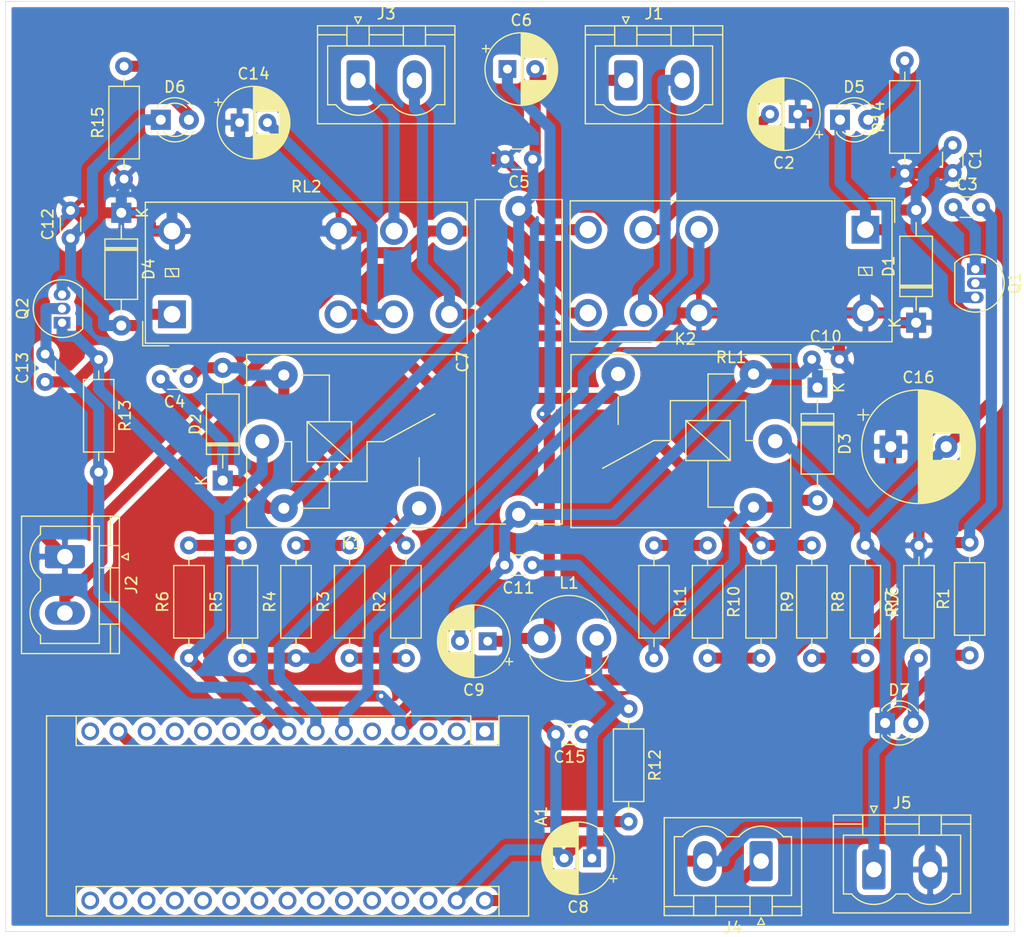
<source format=kicad_pcb>
(kicad_pcb (version 20171130) (host pcbnew 5.1.8-db9833491~88~ubuntu20.04.1)
  (layers (0 F.Cu signal) (31 B.Cu signal) (34 B.Paste user) (35 F.Paste user) (36 B.SilkS user) (37 F.SilkS user) (38 B.Mask user) (39 F.Mask user) (44 Edge.Cuts user))
  (net 0 "")
  (net 1 "Net-(A1-Pad1)")
  (net 2 "Net-(A1-Pad17)")
  (net 3 "Net-(A1-Pad2)")
  (net 4 "Net-(A1-Pad18)")
  (net 5 "Net-(A1-Pad3)")
  (net 6 "Net-(A1-Pad19)")
  (net 7 -48V)
  (net 8 "Net-(A1-Pad20)")
  (net 9 "Net-(A1-Pad5)")
  (net 10 "Net-(A1-Pad21)")
  (net 11 "Net-(A1-Pad6)")
  (net 12 "Net-(A1-Pad22)")
  (net 13 "Net-(A1-Pad7)")
  (net 14 "Net-(A1-Pad23)")
  (net 15 "Net-(A1-Pad8)")
  (net 16 "Net-(A1-Pad24)")
  (net 17 "Net-(A1-Pad9)")
  (net 18 "Net-(A1-Pad25)")
  (net 19 "Net-(A1-Pad10)")
  (net 20 "Net-(A1-Pad26)")
  (net 21 "Net-(A1-Pad11)")
  (net 22 "Net-(A1-Pad27)")
  (net 23 "Net-(A1-Pad12)")
  (net 24 "Net-(A1-Pad28)")
  (net 25 "Net-(A1-Pad13)")
  (net 26 "Net-(A1-Pad14)")
  (net 27 "Net-(A1-Pad30)")
  (net 28 "Net-(A1-Pad15)")
  (net 29 "Net-(A1-Pad16)")
  (net 30 "Net-(C1-Pad1)")
  (net 31 GND)
  (net 32 "Net-(C2-Pad2)")
  (net 33 "Net-(C4-Pad2)")
  (net 34 "Net-(C4-Pad1)")
  (net 35 "Net-(C6-Pad1)")
  (net 36 "Net-(C10-Pad1)")
  (net 37 "Net-(C15-Pad1)")
  (net 38 "Net-(C11-Pad1)")
  (net 39 "Net-(C12-Pad1)")
  (net 40 "Net-(C14-Pad2)")
  (net 41 "Net-(D5-Pad2)")
  (net 42 "Net-(D6-Pad2)")
  (net 43 "Net-(J1-Pad2)")
  (net 44 "Net-(J2-Pad2)")
  (net 45 "Net-(J3-Pad1)")
  (net 46 "Net-(R2-Pad1)")
  (net 47 "Net-(R3-Pad2)")
  (net 48 "Net-(R4-Pad1)")
  (net 49 "Net-(R5-Pad2)")
  (net 50 "Net-(R7-Pad2)")
  (net 51 "Net-(R8-Pad1)")
  (net 52 "Net-(R10-Pad2)")
  (net 53 "Net-(R10-Pad1)")
  (net 54 "Net-(D7-Pad2)")
  (module Resistor_THT:R_Axial_DIN0207_L6.3mm_D2.5mm_P10.16mm_Horizontal (layer F.Cu) (at 187.706 118.364 90)
    (fp_text reference R16 (at 5.08 -2.37 90) (layer F.SilkS))
    (fp_text value 20k)
    (pad 2 thru_hole oval (at 10.16 0 90) (size 1.6 1.6) (drill 0.8) (layers *.Cu *.Mask) (net 31 GND))
    (pad 1 thru_hole circle (at 0 0 90) (size 1.6 1.6) (drill 0.8) (layers *.Cu *.Mask) (net 54 "Net-(D7-Pad2)"))
  )
  (module LED_THT:LED_D3.0mm (layer F.Cu) (at 184.658 124.206)
    (fp_text reference D7 (at 1.27 -2.96) (layer F.SilkS))
    (fp_text value LED)
    (pad 2 thru_hole circle (at 2.54 0) (size 1.8 1.8) (drill 0.9) (layers *.Cu *.Mask) (net 54 "Net-(D7-Pad2)"))
    (pad 1 thru_hole rect (at 0 0) (size 1.8 1.8) (drill 0.9) (layers *.Cu *.Mask) (net 7 -48V))
  )
  (module Connector_Phoenix_MSTB:PhoenixContact_MSTBVA_2,5_2-G-5,08_1x02_P5.08mm_Vertical (layer F.Cu) (at 183.642 137.414)
    (fp_text reference J5 (at 2.54 -6) (layer F.SilkS))
    (fp_text value Conn_01x02_Male)
    (pad 2 thru_hole oval (at 5.08 0) (size 2.08 3.6) (drill 1.4) (layers *.Cu *.Mask) (net 31 GND))
    (pad 1 thru_hole roundrect (at 0 0) (size 2.08 3.6) (drill 1.4) (layers *.Cu *.Mask) (roundrect_rratio 0.120192) (net 7 -48V))
  )
  (module Module:Arduino_Nano (layer F.Cu) (at 148.59 124.968 270)
    (fp_text reference A1 (at 7.62 -5.08 90) (layer F.SilkS))
    (fp_text value Arduino_Nano_v2.x)
    (pad 1 thru_hole rect (at 0 0 270) (size 1.6 1.6) (drill 1) (layers *.Cu *.Mask) (net 1 "Net-(A1-Pad1)"))
    (pad 17 thru_hole oval (at 15.24 33.02 270) (size 1.6 1.6) (drill 1) (layers *.Cu *.Mask) (net 2 "Net-(A1-Pad17)"))
    (pad 2 thru_hole oval (at 0 2.54 270) (size 1.6 1.6) (drill 1) (layers *.Cu *.Mask) (net 3 "Net-(A1-Pad2)"))
    (pad 18 thru_hole oval (at 15.24 30.48 270) (size 1.6 1.6) (drill 1) (layers *.Cu *.Mask) (net 4 "Net-(A1-Pad18)"))
    (pad 3 thru_hole oval (at 0 5.08 270) (size 1.6 1.6) (drill 1) (layers *.Cu *.Mask) (net 5 "Net-(A1-Pad3)"))
    (pad 19 thru_hole oval (at 15.24 27.94 270) (size 1.6 1.6) (drill 1) (layers *.Cu *.Mask) (net 6 "Net-(A1-Pad19)"))
    (pad 4 thru_hole oval (at 0 7.62 270) (size 1.6 1.6) (drill 1) (layers *.Cu *.Mask) (net 7 -48V))
    (pad 20 thru_hole oval (at 15.24 25.4 270) (size 1.6 1.6) (drill 1) (layers *.Cu *.Mask) (net 8 "Net-(A1-Pad20)"))
    (pad 5 thru_hole oval (at 0 10.16 270) (size 1.6 1.6) (drill 1) (layers *.Cu *.Mask) (net 9 "Net-(A1-Pad5)"))
    (pad 21 thru_hole oval (at 15.24 22.86 270) (size 1.6 1.6) (drill 1) (layers *.Cu *.Mask) (net 10 "Net-(A1-Pad21)"))
    (pad 6 thru_hole oval (at 0 12.7 270) (size 1.6 1.6) (drill 1) (layers *.Cu *.Mask) (net 11 "Net-(A1-Pad6)"))
    (pad 22 thru_hole oval (at 15.24 20.32 270) (size 1.6 1.6) (drill 1) (layers *.Cu *.Mask) (net 12 "Net-(A1-Pad22)"))
    (pad 7 thru_hole oval (at 0 15.24 270) (size 1.6 1.6) (drill 1) (layers *.Cu *.Mask) (net 13 "Net-(A1-Pad7)"))
    (pad 23 thru_hole oval (at 15.24 17.78 270) (size 1.6 1.6) (drill 1) (layers *.Cu *.Mask) (net 14 "Net-(A1-Pad23)"))
    (pad 8 thru_hole oval (at 0 17.78 270) (size 1.6 1.6) (drill 1) (layers *.Cu *.Mask) (net 15 "Net-(A1-Pad8)"))
    (pad 24 thru_hole oval (at 15.24 15.24 270) (size 1.6 1.6) (drill 1) (layers *.Cu *.Mask) (net 16 "Net-(A1-Pad24)"))
    (pad 9 thru_hole oval (at 0 20.32 270) (size 1.6 1.6) (drill 1) (layers *.Cu *.Mask) (net 17 "Net-(A1-Pad9)"))
    (pad 25 thru_hole oval (at 15.24 12.7 270) (size 1.6 1.6) (drill 1) (layers *.Cu *.Mask) (net 18 "Net-(A1-Pad25)"))
    (pad 10 thru_hole oval (at 0 22.86 270) (size 1.6 1.6) (drill 1) (layers *.Cu *.Mask) (net 19 "Net-(A1-Pad10)"))
    (pad 26 thru_hole oval (at 15.24 10.16 270) (size 1.6 1.6) (drill 1) (layers *.Cu *.Mask) (net 20 "Net-(A1-Pad26)"))
    (pad 11 thru_hole oval (at 0 25.4 270) (size 1.6 1.6) (drill 1) (layers *.Cu *.Mask) (net 21 "Net-(A1-Pad11)"))
    (pad 27 thru_hole oval (at 15.24 7.62 270) (size 1.6 1.6) (drill 1) (layers *.Cu *.Mask) (net 22 "Net-(A1-Pad27)"))
    (pad 12 thru_hole oval (at 0 27.94 270) (size 1.6 1.6) (drill 1) (layers *.Cu *.Mask) (net 23 "Net-(A1-Pad12)"))
    (pad 28 thru_hole oval (at 15.24 5.08 270) (size 1.6 1.6) (drill 1) (layers *.Cu *.Mask) (net 24 "Net-(A1-Pad28)"))
    (pad 13 thru_hole oval (at 0 30.48 270) (size 1.6 1.6) (drill 1) (layers *.Cu *.Mask) (net 25 "Net-(A1-Pad13)"))
    (pad 29 thru_hole oval (at 15.24 2.54 270) (size 1.6 1.6) (drill 1) (layers *.Cu *.Mask) (net 7 -48V))
    (pad 14 thru_hole oval (at 0 33.02 270) (size 1.6 1.6) (drill 1) (layers *.Cu *.Mask) (net 26 "Net-(A1-Pad14)"))
    (pad 30 thru_hole oval (at 15.24 0 270) (size 1.6 1.6) (drill 1) (layers *.Cu *.Mask) (net 27 "Net-(A1-Pad30)"))
    (pad 15 thru_hole oval (at 0 35.56 270) (size 1.6 1.6) (drill 1) (layers *.Cu *.Mask) (net 28 "Net-(A1-Pad15)"))
    (pad 16 thru_hole oval (at 15.24 35.56 270) (size 1.6 1.6) (drill 1) (layers *.Cu *.Mask) (net 29 "Net-(A1-Pad16)"))
  )
  (module Capacitor_THT:C_Disc_D3.0mm_W1.6mm_P2.50mm (layer F.Cu) (at 190.754 72.136 270)
    (fp_text reference C1 (at 1.25 -2.05 90) (layer F.SilkS))
    (fp_text value 100n)
    (pad 1 thru_hole circle (at 0 0 270) (size 1.6 1.6) (drill 0.8) (layers *.Cu *.Mask) (net 30 "Net-(C1-Pad1)"))
    (pad 2 thru_hole circle (at 2.5 0 270) (size 1.6 1.6) (drill 0.8) (layers *.Cu *.Mask) (net 31 GND))
  )
  (module Capacitor_THT:CP_Radial_D6.3mm_P2.50mm (layer F.Cu) (at 176.784 69.342 180)
    (fp_text reference C2 (at 1.25 -4.4) (layer F.SilkS))
    (fp_text value 22uf)
    (pad 1 thru_hole rect (at 0 0 180) (size 1.6 1.6) (drill 0.8) (layers *.Cu *.Mask) (net 31 GND))
    (pad 2 thru_hole circle (at 2.5 0 180) (size 1.6 1.6) (drill 0.8) (layers *.Cu *.Mask) (net 32 "Net-(C2-Pad2)"))
  )
  (module Capacitor_THT:C_Disc_D3.0mm_W1.6mm_P2.50mm (layer F.Cu) (at 190.794 77.724)
    (fp_text reference C3 (at 1.25 -2.05) (layer F.SilkS))
    (fp_text value 100n)
    (pad 1 thru_hole circle (at 0 0) (size 1.6 1.6) (drill 0.8) (layers *.Cu *.Mask) (net 7 -48V))
    (pad 2 thru_hole circle (at 2.5 0) (size 1.6 1.6) (drill 0.8) (layers *.Cu *.Mask) (net 17 "Net-(A1-Pad9)"))
  )
  (module Capacitor_THT:C_Disc_D3.0mm_W1.6mm_P2.50mm (layer F.Cu) (at 121.88 93.218 180)
    (fp_text reference C4 (at 1.25 -2.05) (layer F.SilkS))
    (fp_text value 100n)
    (pad 2 thru_hole circle (at 2.5 0 180) (size 1.6 1.6) (drill 0.8) (layers *.Cu *.Mask) (net 33 "Net-(C4-Pad2)"))
    (pad 1 thru_hole circle (at 0 0 180) (size 1.6 1.6) (drill 0.8) (layers *.Cu *.Mask) (net 34 "Net-(C4-Pad1)"))
  )
  (module Capacitor_THT:C_Disc_D3.0mm_W1.6mm_P2.50mm (layer F.Cu) (at 152.908 73.406 180)
    (fp_text reference C5 (at 1.25 -2.05) (layer F.SilkS))
    (fp_text value 100n)
    (pad 1 thru_hole circle (at 0 0 180) (size 1.6 1.6) (drill 0.8) (layers *.Cu *.Mask) (net 33 "Net-(C4-Pad2)"))
    (pad 2 thru_hole circle (at 2.5 0 180) (size 1.6 1.6) (drill 0.8) (layers *.Cu *.Mask) (net 31 GND))
  )
  (module Capacitor_THT:CP_Radial_D6.3mm_P2.50mm (layer F.Cu) (at 150.622 65.278)
    (fp_text reference C6 (at 1.25 -4.4) (layer F.SilkS))
    (fp_text value 10uf)
    (pad 1 thru_hole rect (at 0 0) (size 1.6 1.6) (drill 0.8) (layers *.Cu *.Mask) (net 35 "Net-(C6-Pad1)"))
    (pad 2 thru_hole circle (at 2.5 0) (size 1.6 1.6) (drill 0.8) (layers *.Cu *.Mask) (net 33 "Net-(C4-Pad2)"))
  )
  (module Capacitor_THT:C_Rect_L29.0mm_W7.6mm_P27.50mm_MKT (layer F.Cu) (at 151.638 105.41 90)
    (fp_text reference C7 (at 13.75 -5.05 90) (layer F.SilkS))
    (fp_text value 2.2uf)
    (pad 1 thru_hole circle (at 0 0 90) (size 2.4 2.4) (drill 1.2) (layers *.Cu *.Mask) (net 36 "Net-(C10-Pad1)"))
    (pad 2 thru_hole circle (at 27.5 0 90) (size 2.4 2.4) (drill 1.2) (layers *.Cu *.Mask) (net 33 "Net-(C4-Pad2)"))
  )
  (module Capacitor_THT:CP_Radial_D6.3mm_P2.50mm (layer F.Cu) (at 158.242 136.398 180)
    (fp_text reference C8 (at 1.25 -4.4) (layer F.SilkS))
    (fp_text value 10uf)
    (pad 1 thru_hole rect (at 0 0 180) (size 1.6 1.6) (drill 0.8) (layers *.Cu *.Mask) (net 37 "Net-(C15-Pad1)"))
    (pad 2 thru_hole circle (at 2.5 0 180) (size 1.6 1.6) (drill 0.8) (layers *.Cu *.Mask) (net 7 -48V))
  )
  (module Capacitor_THT:CP_Radial_D6.3mm_P2.50mm (layer F.Cu) (at 148.844 116.84 180)
    (fp_text reference C9 (at 1.25 -4.4) (layer F.SilkS))
    (fp_text value 10uf)
    (pad 2 thru_hole circle (at 2.5 0 180) (size 1.6 1.6) (drill 0.8) (layers *.Cu *.Mask) (net 36 "Net-(C10-Pad1)"))
    (pad 1 thru_hole rect (at 0 0 180) (size 1.6 1.6) (drill 0.8) (layers *.Cu *.Mask) (net 35 "Net-(C6-Pad1)"))
  )
  (module Capacitor_THT:C_Disc_D3.0mm_W1.6mm_P2.50mm (layer F.Cu) (at 178.054 91.44)
    (fp_text reference C10 (at 1.25 -2.05) (layer F.SilkS))
    (fp_text value 100n)
    (pad 2 thru_hole circle (at 2.5 0) (size 1.6 1.6) (drill 0.8) (layers *.Cu *.Mask) (net 31 GND))
    (pad 1 thru_hole circle (at 0 0) (size 1.6 1.6) (drill 0.8) (layers *.Cu *.Mask) (net 36 "Net-(C10-Pad1)"))
  )
  (module Capacitor_THT:C_Disc_D3.0mm_W1.6mm_P2.50mm (layer F.Cu) (at 152.868 109.982 180)
    (fp_text reference C11 (at 1.25 -2.05) (layer F.SilkS))
    (fp_text value 100n)
    (pad 1 thru_hole circle (at 0 0 180) (size 1.6 1.6) (drill 0.8) (layers *.Cu *.Mask) (net 38 "Net-(C11-Pad1)"))
    (pad 2 thru_hole circle (at 2.5 0 180) (size 1.6 1.6) (drill 0.8) (layers *.Cu *.Mask) (net 36 "Net-(C10-Pad1)"))
  )
  (module Capacitor_THT:C_Disc_D3.0mm_W1.6mm_P2.50mm (layer F.Cu) (at 111.252 80.518 90)
    (fp_text reference C12 (at 1.25 -2.05 90) (layer F.SilkS))
    (fp_text value 100n)
    (pad 2 thru_hole circle (at 2.5 0 90) (size 1.6 1.6) (drill 0.8) (layers *.Cu *.Mask) (net 31 GND))
    (pad 1 thru_hole circle (at 0 0 90) (size 1.6 1.6) (drill 0.8) (layers *.Cu *.Mask) (net 39 "Net-(C12-Pad1)"))
  )
  (module Capacitor_THT:C_Disc_D3.0mm_W1.6mm_P2.50mm (layer F.Cu) (at 108.966 93.472 90)
    (fp_text reference C13 (at 1.25 -2.05 90) (layer F.SilkS))
    (fp_text value 100n)
    (pad 1 thru_hole circle (at 0 0 90) (size 1.6 1.6) (drill 0.8) (layers *.Cu *.Mask) (net 7 -48V))
    (pad 2 thru_hole circle (at 2.5 0 90) (size 1.6 1.6) (drill 0.8) (layers *.Cu *.Mask) (net 15 "Net-(A1-Pad8)"))
  )
  (module Capacitor_THT:CP_Radial_D6.3mm_P2.50mm (layer F.Cu) (at 126.492 70.104)
    (fp_text reference C14 (at 1.25 -4.4) (layer F.SilkS))
    (fp_text value 22uf)
    (pad 2 thru_hole circle (at 2.5 0) (size 1.6 1.6) (drill 0.8) (layers *.Cu *.Mask) (net 40 "Net-(C14-Pad2)"))
    (pad 1 thru_hole rect (at 0 0) (size 1.6 1.6) (drill 0.8) (layers *.Cu *.Mask) (net 31 GND))
  )
  (module Capacitor_THT:C_Disc_D3.0mm_W1.6mm_P2.50mm (layer F.Cu) (at 157.48 125.222 180)
    (fp_text reference C15 (at 1.25 -2.05) (layer F.SilkS))
    (fp_text value 100n)
    (pad 2 thru_hole circle (at 2.5 0 180) (size 1.6 1.6) (drill 0.8) (layers *.Cu *.Mask) (net 7 -48V))
    (pad 1 thru_hole circle (at 0 0 180) (size 1.6 1.6) (drill 0.8) (layers *.Cu *.Mask) (net 37 "Net-(C15-Pad1)"))
  )
  (module Capacitor_THT:CP_Radial_D10.0mm_P5.00mm (layer F.Cu) (at 185.166 99.314)
    (fp_text reference C16 (at 2.5 -6.25) (layer F.SilkS))
    (fp_text value 220uf)
    (pad 1 thru_hole rect (at 0 0) (size 2 2) (drill 1) (layers *.Cu *.Mask) (net 31 GND))
    (pad 2 thru_hole circle (at 5 0) (size 2 2) (drill 1) (layers *.Cu *.Mask) (net 7 -48V))
  )
  (module Diode_THT:D_A-405_P10.16mm_Horizontal (layer F.Cu) (at 187.452 88.138 90)
    (fp_text reference D1 (at 5.08 -2.47 90) (layer F.SilkS))
    (fp_text value D)
    (fp_text user K (at 0 -1.9 90) (layer F.SilkS))
    (pad 2 thru_hole oval (at 10.16 0 90) (size 1.8 1.8) (drill 0.9) (layers *.Cu *.Mask) (net 30 "Net-(C1-Pad1)"))
    (pad 1 thru_hole rect (at 0 0 90) (size 1.8 1.8) (drill 0.9) (layers *.Cu *.Mask) (net 31 GND))
  )
  (module Diode_THT:D_A-405_P10.16mm_Horizontal (layer F.Cu) (at 124.968 102.362 90)
    (fp_text reference D2 (at 5.08 -2.47 90) (layer F.SilkS))
    (fp_text value D)
    (fp_text user K (at 0 -1.9 90) (layer F.SilkS))
    (pad 2 thru_hole oval (at 10.16 0 90) (size 1.8 1.8) (drill 0.9) (layers *.Cu *.Mask) (net 34 "Net-(C4-Pad1)"))
    (pad 1 thru_hole rect (at 0 0 90) (size 1.8 1.8) (drill 0.9) (layers *.Cu *.Mask) (net 33 "Net-(C4-Pad2)"))
  )
  (module Diode_THT:D_A-405_P10.16mm_Horizontal (layer F.Cu) (at 178.562 93.98 270)
    (fp_text reference D3 (at 5.08 -2.47 90) (layer F.SilkS))
    (fp_text value D)
    (fp_text user K (at 0 -1.9 90) (layer F.SilkS))
    (pad 1 thru_hole rect (at 0 0 270) (size 1.8 1.8) (drill 0.9) (layers *.Cu *.Mask) (net 36 "Net-(C10-Pad1)"))
    (pad 2 thru_hole oval (at 10.16 0 270) (size 1.8 1.8) (drill 0.9) (layers *.Cu *.Mask) (net 38 "Net-(C11-Pad1)"))
  )
  (module Diode_THT:D_A-405_P10.16mm_Horizontal (layer F.Cu) (at 115.824 78.232 270)
    (fp_text reference D4 (at 5.08 -2.47 90) (layer F.SilkS))
    (fp_text value D)
    (fp_text user K (at 0 -1.9 90) (layer F.SilkS))
    (pad 1 thru_hole rect (at 0 0 270) (size 1.8 1.8) (drill 0.9) (layers *.Cu *.Mask) (net 31 GND))
    (pad 2 thru_hole oval (at 10.16 0 270) (size 1.8 1.8) (drill 0.9) (layers *.Cu *.Mask) (net 39 "Net-(C12-Pad1)"))
  )
  (module LED_THT:LED_D3.0mm (layer F.Cu) (at 180.594 69.85)
    (fp_text reference D5 (at 1.27 -2.96) (layer F.SilkS))
    (fp_text value LED)
    (pad 2 thru_hole circle (at 2.54 0) (size 1.8 1.8) (drill 0.9) (layers *.Cu *.Mask) (net 41 "Net-(D5-Pad2)"))
    (pad 1 thru_hole rect (at 0 0) (size 1.8 1.8) (drill 0.9) (layers *.Cu *.Mask) (net 30 "Net-(C1-Pad1)"))
  )
  (module LED_THT:LED_D3.0mm (layer F.Cu) (at 119.38 69.85)
    (fp_text reference D6 (at 1.27 -2.96) (layer F.SilkS))
    (fp_text value LED)
    (pad 1 thru_hole rect (at 0 0) (size 1.8 1.8) (drill 0.9) (layers *.Cu *.Mask) (net 39 "Net-(C12-Pad1)"))
    (pad 2 thru_hole circle (at 2.54 0) (size 1.8 1.8) (drill 0.9) (layers *.Cu *.Mask) (net 42 "Net-(D6-Pad2)"))
  )
  (module Connector_Phoenix_MSTB:PhoenixContact_MSTBVA_2,5_2-G-5,08_1x02_P5.08mm_Vertical (layer F.Cu) (at 161.29 66.294)
    (fp_text reference J1 (at 2.54 -6) (layer F.SilkS))
    (fp_text value Conn_01x02_Male)
    (pad 2 thru_hole oval (at 5.08 0) (size 2.08 3.6) (drill 1.4) (layers *.Cu *.Mask) (net 43 "Net-(J1-Pad2)"))
    (pad 1 thru_hole roundrect (at 0 0) (size 2.08 3.6) (drill 1.4) (layers *.Cu *.Mask) (roundrect_rratio 0.120192) (net 33 "Net-(C4-Pad2)"))
  )
  (module Connector_Phoenix_MSTB:PhoenixContact_MSTBVA_2,5_2-G-5,08_1x02_P5.08mm_Vertical (layer F.Cu) (at 110.744 109.22 270)
    (fp_text reference J2 (at 2.54 -6 90) (layer F.SilkS))
    (fp_text value Conn_01x02_Male)
    (pad 1 thru_hole roundrect (at 0 0 270) (size 2.08 3.6) (drill 1.4) (layers *.Cu *.Mask) (roundrect_rratio 0.120192) (net 31 GND))
    (pad 2 thru_hole oval (at 5.08 0 270) (size 2.08 3.6) (drill 1.4) (layers *.Cu *.Mask) (net 44 "Net-(J2-Pad2)"))
  )
  (module Connector_Phoenix_MSTB:PhoenixContact_MSTBVA_2,5_2-G-5,08_1x02_P5.08mm_Vertical (layer F.Cu) (at 137.16 66.294)
    (fp_text reference J3 (at 2.54 -6) (layer F.SilkS))
    (fp_text value Conn_01x02_Male)
    (pad 1 thru_hole roundrect (at 0 0) (size 2.08 3.6) (drill 1.4) (layers *.Cu *.Mask) (roundrect_rratio 0.120192) (net 45 "Net-(J3-Pad1)"))
    (pad 2 thru_hole oval (at 5.08 0) (size 2.08 3.6) (drill 1.4) (layers *.Cu *.Mask) (net 36 "Net-(C10-Pad1)"))
  )
  (module Connector_Phoenix_MSTB:PhoenixContact_MSTBVA_2,5_2-G-5,08_1x02_P5.08mm_Vertical (layer F.Cu) (at 173.482 136.652 180)
    (fp_text reference J4 (at 2.54 -6) (layer F.SilkS))
    (fp_text value Conn_01x02_Male)
    (pad 2 thru_hole oval (at 5.08 0 180) (size 2.08 3.6) (drill 1.4) (layers *.Cu *.Mask) (net 7 -48V))
    (pad 1 thru_hole roundrect (at 0 0 180) (size 2.08 3.6) (drill 1.4) (layers *.Cu *.Mask) (roundrect_rratio 0.120192) (net 27 "Net-(A1-Pad30)"))
  )
  (module Relay_THT:Relay_SPST_SANYOU_SRD_Series_Form_A (layer F.Cu) (at 128.524 98.806)
    (fp_text reference K1 (at 8.1 9.2) (layer F.SilkS))
    (fp_text value SANYOU_SRD_Form_A)
    (pad 2 thru_hole circle (at 1.95 6.05 90) (size 2.5 2.5) (drill 1) (layers *.Cu *.Mask) (net 33 "Net-(C4-Pad2)"))
    (pad 3 thru_hole circle (at 14.15 6.05 90) (size 3 3) (drill 1.3) (layers *.Cu *.Mask) (net 13 "Net-(A1-Pad7)"))
    (pad 5 thru_hole circle (at 1.95 -5.95 90) (size 2.5 2.5) (drill 1) (layers *.Cu *.Mask) (net 34 "Net-(C4-Pad1)"))
    (pad 1 thru_hole circle (at 0 0 90) (size 3 3) (drill 1.3) (layers *.Cu *.Mask) (net 7 -48V))
  )
  (module Relay_THT:Relay_SPST_SANYOU_SRD_Series_Form_A (layer F.Cu) (at 174.752 98.806 180)
    (fp_text reference K2 (at 8.1 9.2) (layer F.SilkS))
    (fp_text value SANYOU_SRD_Form_A)
    (pad 1 thru_hole circle (at 0 0 270) (size 3 3) (drill 1.3) (layers *.Cu *.Mask) (net 7 -48V))
    (pad 5 thru_hole circle (at 1.95 -5.95 270) (size 2.5 2.5) (drill 1) (layers *.Cu *.Mask) (net 38 "Net-(C11-Pad1)"))
    (pad 3 thru_hole circle (at 14.15 6.05 270) (size 3 3) (drill 1.3) (layers *.Cu *.Mask) (net 11 "Net-(A1-Pad6)"))
    (pad 2 thru_hole circle (at 1.95 6.05 270) (size 2.5 2.5) (drill 1) (layers *.Cu *.Mask) (net 36 "Net-(C10-Pad1)"))
  )
  (module Inductor_THT:L_Radial_D7.5mm_P5.00mm_Fastron_07P (layer F.Cu) (at 153.67 116.586)
    (fp_text reference L1 (at 2.5 -5) (layer F.SilkS))
    (fp_text value L)
    (pad 1 thru_hole circle (at 0 0) (size 2.6 2.6) (drill 1.3) (layers *.Cu *.Mask) (net 35 "Net-(C6-Pad1)"))
    (pad 2 thru_hole circle (at 5 0) (size 2.6 2.6) (drill 1.3) (layers *.Cu *.Mask) (net 37 "Net-(C15-Pad1)"))
  )
  (module Package_TO_SOT_THT:TO-92_Inline (layer F.Cu) (at 192.786 83.312 270)
    (fp_text reference Q1 (at 1.27 -3.56 90) (layer F.SilkS))
    (fp_text value 2N7000)
    (pad 1 thru_hole rect (at 0 0 270) (size 1.05 1.5) (drill 0.75) (layers *.Cu *.Mask) (net 7 -48V))
    (pad 3 thru_hole oval (at 2.54 0 270) (size 1.05 1.5) (drill 0.75) (layers *.Cu *.Mask) (net 30 "Net-(C1-Pad1)"))
    (pad 2 thru_hole oval (at 1.27 0 270) (size 1.05 1.5) (drill 0.75) (layers *.Cu *.Mask) (net 17 "Net-(A1-Pad9)"))
  )
  (module Package_TO_SOT_THT:TO-92_Inline (layer F.Cu) (at 110.49 88.138 90)
    (fp_text reference Q2 (at 1.27 -3.56 90) (layer F.SilkS))
    (fp_text value 2N7000)
    (pad 2 thru_hole oval (at 1.27 0 90) (size 1.05 1.5) (drill 0.75) (layers *.Cu *.Mask) (net 15 "Net-(A1-Pad8)"))
    (pad 3 thru_hole oval (at 2.54 0 90) (size 1.05 1.5) (drill 0.75) (layers *.Cu *.Mask) (net 39 "Net-(C12-Pad1)"))
    (pad 1 thru_hole rect (at 0 0 90) (size 1.05 1.5) (drill 0.75) (layers *.Cu *.Mask) (net 7 -48V))
  )
  (module Resistor_THT:R_Axial_DIN0207_L6.3mm_D2.5mm_P10.16mm_Horizontal (layer F.Cu) (at 192.278 118.11 90)
    (fp_text reference R1 (at 5.08 -2.37 90) (layer F.SilkS))
    (fp_text value 10k)
    (pad 1 thru_hole circle (at 0 0 90) (size 1.6 1.6) (drill 0.8) (layers *.Cu *.Mask) (net 7 -48V))
    (pad 2 thru_hole oval (at 10.16 0 90) (size 1.6 1.6) (drill 0.8) (layers *.Cu *.Mask) (net 17 "Net-(A1-Pad9)"))
  )
  (module Resistor_THT:R_Axial_DIN0207_L6.3mm_D2.5mm_P10.16mm_Horizontal (layer F.Cu) (at 141.478 118.364 90)
    (fp_text reference R2 (at 5.08 -2.37 90) (layer F.SilkS))
    (fp_text value 100)
    (pad 2 thru_hole oval (at 10.16 0 90) (size 1.6 1.6) (drill 0.8) (layers *.Cu *.Mask) (net 34 "Net-(C4-Pad1)"))
    (pad 1 thru_hole circle (at 0 0 90) (size 1.6 1.6) (drill 0.8) (layers *.Cu *.Mask) (net 46 "Net-(R2-Pad1)"))
  )
  (module Resistor_THT:R_Axial_DIN0207_L6.3mm_D2.5mm_P10.16mm_Horizontal (layer F.Cu) (at 136.398 118.364 90)
    (fp_text reference R3 (at 5.08 -2.37 90) (layer F.SilkS))
    (fp_text value 100)
    (pad 1 thru_hole circle (at 0 0 90) (size 1.6 1.6) (drill 0.8) (layers *.Cu *.Mask) (net 46 "Net-(R2-Pad1)"))
    (pad 2 thru_hole oval (at 10.16 0 90) (size 1.6 1.6) (drill 0.8) (layers *.Cu *.Mask) (net 47 "Net-(R3-Pad2)"))
  )
  (module Resistor_THT:R_Axial_DIN0207_L6.3mm_D2.5mm_P10.16mm_Horizontal (layer F.Cu) (at 131.572 118.364 90)
    (fp_text reference R4 (at 5.08 -2.37 90) (layer F.SilkS))
    (fp_text value 100)
    (pad 1 thru_hole circle (at 0 0 90) (size 1.6 1.6) (drill 0.8) (layers *.Cu *.Mask) (net 48 "Net-(R4-Pad1)"))
    (pad 2 thru_hole oval (at 10.16 0 90) (size 1.6 1.6) (drill 0.8) (layers *.Cu *.Mask) (net 47 "Net-(R3-Pad2)"))
  )
  (module Resistor_THT:R_Axial_DIN0207_L6.3mm_D2.5mm_P10.16mm_Horizontal (layer F.Cu) (at 126.746 118.364 90)
    (fp_text reference R5 (at 5.08 -2.37 90) (layer F.SilkS))
    (fp_text value 100)
    (pad 2 thru_hole oval (at 10.16 0 90) (size 1.6 1.6) (drill 0.8) (layers *.Cu *.Mask) (net 49 "Net-(R5-Pad2)"))
    (pad 1 thru_hole circle (at 0 0 90) (size 1.6 1.6) (drill 0.8) (layers *.Cu *.Mask) (net 48 "Net-(R4-Pad1)"))
  )
  (module Resistor_THT:R_Axial_DIN0207_L6.3mm_D2.5mm_P10.16mm_Horizontal (layer F.Cu) (at 121.92 118.364 90)
    (fp_text reference R6 (at 5.08 -2.37 90) (layer F.SilkS))
    (fp_text value 100)
    (pad 1 thru_hole circle (at 0 0 90) (size 1.6 1.6) (drill 0.8) (layers *.Cu *.Mask) (net 7 -48V))
    (pad 2 thru_hole oval (at 10.16 0 90) (size 1.6 1.6) (drill 0.8) (layers *.Cu *.Mask) (net 49 "Net-(R5-Pad2)"))
  )
  (module Resistor_THT:R_Axial_DIN0207_L6.3mm_D2.5mm_P10.16mm_Horizontal (layer F.Cu) (at 182.88 108.204 270)
    (fp_text reference R7 (at 5.08 -2.37 90) (layer F.SilkS))
    (fp_text value 100)
    (pad 2 thru_hole oval (at 10.16 0 270) (size 1.6 1.6) (drill 0.8) (layers *.Cu *.Mask) (net 50 "Net-(R7-Pad2)"))
    (pad 1 thru_hole circle (at 0 0 270) (size 1.6 1.6) (drill 0.8) (layers *.Cu *.Mask) (net 7 -48V))
  )
  (module Resistor_THT:R_Axial_DIN0207_L6.3mm_D2.5mm_P10.16mm_Horizontal (layer F.Cu) (at 178.054 108.204 270)
    (fp_text reference R8 (at 5.08 -2.37 90) (layer F.SilkS))
    (fp_text value 100)
    (pad 1 thru_hole circle (at 0 0 270) (size 1.6 1.6) (drill 0.8) (layers *.Cu *.Mask) (net 51 "Net-(R8-Pad1)"))
    (pad 2 thru_hole oval (at 10.16 0 270) (size 1.6 1.6) (drill 0.8) (layers *.Cu *.Mask) (net 50 "Net-(R7-Pad2)"))
  )
  (module Resistor_THT:R_Axial_DIN0207_L6.3mm_D2.5mm_P10.16mm_Horizontal (layer F.Cu) (at 173.482 108.204 270)
    (fp_text reference R9 (at 5.08 -2.37 90) (layer F.SilkS))
    (fp_text value 100)
    (pad 2 thru_hole oval (at 10.16 0 270) (size 1.6 1.6) (drill 0.8) (layers *.Cu *.Mask) (net 52 "Net-(R10-Pad2)"))
    (pad 1 thru_hole circle (at 0 0 270) (size 1.6 1.6) (drill 0.8) (layers *.Cu *.Mask) (net 51 "Net-(R8-Pad1)"))
  )
  (module Resistor_THT:R_Axial_DIN0207_L6.3mm_D2.5mm_P10.16mm_Horizontal (layer F.Cu) (at 168.656 108.204 270)
    (fp_text reference R10 (at 5.08 -2.37 90) (layer F.SilkS))
    (fp_text value 100)
    (pad 1 thru_hole circle (at 0 0 270) (size 1.6 1.6) (drill 0.8) (layers *.Cu *.Mask) (net 53 "Net-(R10-Pad1)"))
    (pad 2 thru_hole oval (at 10.16 0 270) (size 1.6 1.6) (drill 0.8) (layers *.Cu *.Mask) (net 52 "Net-(R10-Pad2)"))
  )
  (module Resistor_THT:R_Axial_DIN0207_L6.3mm_D2.5mm_P10.16mm_Horizontal (layer F.Cu) (at 163.83 108.204 270)
    (fp_text reference R11 (at 5.08 -2.37 90) (layer F.SilkS))
    (fp_text value 100)
    (pad 2 thru_hole oval (at 10.16 0 270) (size 1.6 1.6) (drill 0.8) (layers *.Cu *.Mask) (net 38 "Net-(C11-Pad1)"))
    (pad 1 thru_hole circle (at 0 0 270) (size 1.6 1.6) (drill 0.8) (layers *.Cu *.Mask) (net 53 "Net-(R10-Pad1)"))
  )
  (module Resistor_THT:R_Axial_DIN0207_L6.3mm_D2.5mm_P10.16mm_Horizontal (layer F.Cu) (at 161.544 122.936 270)
    (fp_text reference R12 (at 5.08 -2.37 90) (layer F.SilkS))
    (fp_text value 300)
    (pad 1 thru_hole circle (at 0 0 270) (size 1.6 1.6) (drill 0.8) (layers *.Cu *.Mask) (net 37 "Net-(C15-Pad1)"))
    (pad 2 thru_hole oval (at 10.16 0 270) (size 1.6 1.6) (drill 0.8) (layers *.Cu *.Mask) (net 26 "Net-(A1-Pad14)"))
  )
  (module Resistor_THT:R_Axial_DIN0207_L6.3mm_D2.5mm_P10.16mm_Horizontal (layer F.Cu) (at 113.792 91.44 270)
    (fp_text reference R13 (at 5.08 -2.37 90) (layer F.SilkS))
    (fp_text value 10k)
    (pad 2 thru_hole oval (at 10.16 0 270) (size 1.6 1.6) (drill 0.8) (layers *.Cu *.Mask) (net 15 "Net-(A1-Pad8)"))
    (pad 1 thru_hole circle (at 0 0 270) (size 1.6 1.6) (drill 0.8) (layers *.Cu *.Mask) (net 7 -48V))
  )
  (module Resistor_THT:R_Axial_DIN0207_L6.3mm_D2.5mm_P10.16mm_Horizontal (layer F.Cu) (at 186.436 74.676 90)
    (fp_text reference R14 (at 5.08 -2.37 90) (layer F.SilkS))
    (fp_text value 10k)
    (pad 2 thru_hole oval (at 10.16 0 90) (size 1.6 1.6) (drill 0.8) (layers *.Cu *.Mask) (net 41 "Net-(D5-Pad2)"))
    (pad 1 thru_hole circle (at 0 0 90) (size 1.6 1.6) (drill 0.8) (layers *.Cu *.Mask) (net 31 GND))
  )
  (module Resistor_THT:R_Axial_DIN0207_L6.3mm_D2.5mm_P10.16mm_Horizontal (layer F.Cu) (at 116.078 75.184 90)
    (fp_text reference R15 (at 5.08 -2.37 90) (layer F.SilkS))
    (fp_text value 10k)
    (pad 1 thru_hole circle (at 0 0 90) (size 1.6 1.6) (drill 0.8) (layers *.Cu *.Mask) (net 31 GND))
    (pad 2 thru_hole oval (at 10.16 0 90) (size 1.6 1.6) (drill 0.8) (layers *.Cu *.Mask) (net 42 "Net-(D6-Pad2)"))
  )
  (module Relay_THT:Relay_DPDT_Omron_G2RL (layer F.Cu) (at 182.88 79.756 180)
    (fp_text reference RL1 (at 12.1 -11.5 180) (layer F.SilkS))
    (fp_text value G2RL-2-DC48)
    (pad 1 thru_hole rect (at 0 0 270) (size 2.5 2.5) (drill 1.5) (layers *.Cu *.Mask) (net 30 "Net-(C1-Pad1)"))
    (pad 2 thru_hole oval (at 15 0 270) (size 2.5 2.5) (drill 1.5) (layers *.Cu *.Mask) (net 48 "Net-(R4-Pad1)"))
    (pad 3 thru_hole oval (at 20 0 270) (size 2.5 2.5) (drill 1.5) (layers *.Cu *.Mask) (net 32 "Net-(C2-Pad2)"))
    (pad 4 thru_hole oval (at 25 0 270) (size 2.5 2.5) (drill 1.5) (layers *.Cu *.Mask) (net 33 "Net-(C4-Pad2)"))
    (pad 5 thru_hole oval (at 25 -7.5 270) (size 2.5 2.5) (drill 1.5) (layers *.Cu *.Mask) (net 44 "Net-(J2-Pad2)"))
    (pad 6 thru_hole oval (at 20 -7.5 270) (size 2.5 2.5) (drill 1.5) (layers *.Cu *.Mask) (net 43 "Net-(J1-Pad2)"))
    (pad 7 thru_hole oval (at 15 -7.5 270) (size 2.5 2.5) (drill 1.5) (layers *.Cu *.Mask) (net 31 GND))
    (pad 8 thru_hole oval (at 0 -7.5 270) (size 2.5 2.5) (drill 1.5) (layers *.Cu *.Mask) (net 31 GND))
  )
  (module Relay_THT:Relay_DPDT_Omron_G2RL (layer F.Cu) (at 120.396 87.376)
    (fp_text reference RL2 (at 12.1 -11.5 180) (layer F.SilkS))
    (fp_text value G2RL-2-DC48)
    (pad 8 thru_hole oval (at 0 -7.5 90) (size 2.5 2.5) (drill 1.5) (layers *.Cu *.Mask) (net 31 GND))
    (pad 7 thru_hole oval (at 15 -7.5 90) (size 2.5 2.5) (drill 1.5) (layers *.Cu *.Mask) (net 31 GND))
    (pad 6 thru_hole oval (at 20 -7.5 90) (size 2.5 2.5) (drill 1.5) (layers *.Cu *.Mask) (net 45 "Net-(J3-Pad1)"))
    (pad 5 thru_hole oval (at 25 -7.5 90) (size 2.5 2.5) (drill 1.5) (layers *.Cu *.Mask) (net 44 "Net-(J2-Pad2)"))
    (pad 4 thru_hole oval (at 25 0 90) (size 2.5 2.5) (drill 1.5) (layers *.Cu *.Mask) (net 36 "Net-(C10-Pad1)"))
    (pad 3 thru_hole oval (at 20 0 90) (size 2.5 2.5) (drill 1.5) (layers *.Cu *.Mask) (net 40 "Net-(C14-Pad2)"))
    (pad 2 thru_hole oval (at 15 0 90) (size 2.5 2.5) (drill 1.5) (layers *.Cu *.Mask) (net 51 "Net-(R8-Pad1)"))
    (pad 1 thru_hole rect (at 0 0 90) (size 2.5 2.5) (drill 1.5) (layers *.Cu *.Mask) (net 39 "Net-(C12-Pad1)"))
  )
  (gr_line (start 105.41 142.748) (end 105.41 143.002) (layer Edge.Cuts) (width 0.05))
  (gr_line (start 196.342 143.002) (end 105.41 143.002) (layer Edge.Cuts) (width 0.05))
  (gr_line (start 196.342 59.182) (end 196.342 143.002) (layer Edge.Cuts) (width 0.05))
  (gr_line (start 105.41 59.182) (end 196.342 59.182) (layer Edge.Cuts) (width 0.05))
  (gr_line (start 105.41 142.748) (end 105.41 59.182) (layer Edge.Cuts) (width 0.05))
  (segment (start 184.658 124.206) (end 184.658 109.982) (width 1) (layer B.Cu) (net 7))
  (segment (start 184.658 109.982) (end 182.88 108.204) (width 1) (layer B.Cu) (net 7))
  (segment (start 184.658 124.7688) (end 184.658 124.206) (width 1) (layer B.Cu) (net 7))
  (segment (start 183.642 134.1054) (end 183.642 126.8223) (width 1) (layer B.Cu) (net 7))
  (segment (start 183.642 126.8223) (end 184.658 125.8063) (width 1) (layer B.Cu) (net 7))
  (segment (start 183.642 137.414) (end 183.642 134.1054) (width 1) (layer B.Cu) (net 7))
  (segment (start 170.1423 136.652) (end 170.1423 136.2169) (width 1) (layer B.Cu) (net 7))
  (segment (start 170.1423 136.2169) (end 172.2538 134.1054) (width 1) (layer B.Cu) (net 7))
  (segment (start 172.2538 134.1054) (end 183.642 134.1054) (width 1) (layer B.Cu) (net 7))
  (segment (start 168.402 136.652) (end 170.1423 136.652) (width 1) (layer B.Cu) (net 7))
  (segment (start 168.402 136.652) (end 166.6617 136.652) (width 1) (layer F.Cu) (net 7))
  (segment (start 155.742 136.398) (end 155.742 136.3041) (width 1) (layer F.Cu) (net 7))
  (segment (start 155.742 136.3041) (end 157.197 134.8491) (width 1) (layer F.Cu) (net 7))
  (segment (start 157.197 134.8491) (end 164.8588 134.8491) (width 1) (layer F.Cu) (net 7))
  (segment (start 164.8588 134.8491) (end 166.6617 136.652) (width 1) (layer F.Cu) (net 7))
  (segment (start 154.98 135.636) (end 155.742 136.398) (width 1) (layer B.Cu) (net 7))
  (segment (start 154.98 125.222) (end 154.98 135.636) (width 1) (layer B.Cu) (net 7))
  (segment (start 154.98 135.636) (end 150.622 135.636) (width 1) (layer B.Cu) (net 7))
  (segment (start 150.622 135.636) (end 146.05 140.208) (width 1) (layer B.Cu) (net 7))
  (segment (start 140.97 124.968) (end 140.97 123.4677) (width 1) (layer B.Cu) (net 7))
  (segment (start 139.2408 121.7762) (end 140.9323 123.4677) (width 1) (layer B.Cu) (net 7))
  (segment (start 140.9323 123.4677) (end 140.97 123.4677) (width 1) (layer B.Cu) (net 7))
  (segment (start 121.92 118.364) (end 125.3322 121.7762) (width 1) (layer F.Cu) (net 7))
  (segment (start 125.3322 121.7762) (end 139.2408 121.7762) (width 1) (layer F.Cu) (net 7))
  (segment (start 124.6718 104.9801) (end 113.792 94.1003) (width 1) (layer B.Cu) (net 7))
  (segment (start 113.792 94.1003) (end 113.792 91.44) (width 1) (layer B.Cu) (net 7))
  (segment (start 121.92 118.364) (end 124.6718 115.6122) (width 1) (layer B.Cu) (net 7))
  (segment (start 124.6718 115.6122) (end 124.6718 104.9801) (width 1) (layer B.Cu) (net 7))
  (segment (start 124.6718 104.9801) (end 125.1868 104.9801) (width 1) (layer B.Cu) (net 7))
  (segment (start 125.1868 104.9801) (end 128.524 101.6429) (width 1) (layer B.Cu) (net 7))
  (segment (start 128.524 101.6429) (end 128.524 98.806) (width 1) (layer B.Cu) (net 7))
  (segment (start 110.49 89.3633) (end 111.7153 89.3633) (width 1) (layer B.Cu) (net 7))
  (segment (start 111.7153 89.3633) (end 113.792 91.44) (width 1) (layer B.Cu) (net 7))
  (segment (start 184.658 124.7688) (end 184.658 125.8063) (width 1) (layer B.Cu) (net 7))
  (segment (start 140.97 124.968) (end 142.4704 123.4676) (width 1) (layer F.Cu) (net 7))
  (segment (start 142.4704 123.4676) (end 153.2256 123.4676) (width 1) (layer F.Cu) (net 7))
  (segment (start 153.2256 123.4676) (end 154.98 125.222) (width 1) (layer F.Cu) (net 7))
  (segment (start 192.786 83.312) (end 194.2363 83.312) (width 1) (layer F.Cu) (net 7))
  (segment (start 194.2363 83.312) (end 194.2363 95.2437) (width 1) (layer F.Cu) (net 7))
  (segment (start 194.2363 95.2437) (end 190.166 99.314) (width 1) (layer F.Cu) (net 7))
  (segment (start 108.966 93.472) (end 111.76 93.472) (width 1) (layer F.Cu) (net 7))
  (segment (start 111.76 93.472) (end 113.792 91.44) (width 1) (layer F.Cu) (net 7))
  (segment (start 182.88 106.1938) (end 182.88 108.204) (width 1) (layer B.Cu) (net 7))
  (segment (start 174.752 98.806) (end 175.4922 98.806) (width 1) (layer B.Cu) (net 7))
  (segment (start 175.4922 98.806) (end 182.88 106.1938) (width 1) (layer B.Cu) (net 7))
  (segment (start 190.166 99.314) (end 183.2862 106.1938) (width 1) (layer B.Cu) (net 7))
  (segment (start 183.2862 106.1938) (end 182.88 106.1938) (width 1) (layer B.Cu) (net 7))
  (segment (start 192.786 83.312) (end 192.786 79.716) (width 1) (layer B.Cu) (net 7))
  (segment (start 192.786 79.716) (end 190.794 77.724) (width 1) (layer B.Cu) (net 7))
  (segment (start 110.49 88.138) (end 110.49 89.3633) (width 1) (layer B.Cu) (net 7))
  (segment (start 192.278 118.11) (end 190.754 118.11) (width 1) (layer F.Cu) (net 7))
  (segment (start 190.754 118.11) (end 184.658 124.206) (width 1) (layer F.Cu) (net 7))
  (via (at 139.2408 121.7762) (size 0.8) (layers F.Cu B.Cu) (net 7))
  (segment (start 135.89 124.968) (end 135.89 123.4677) (width 1) (layer B.Cu) (net 11))
  (segment (start 160.602 92.756) (end 160.602 93.3443) (width 1) (layer B.Cu) (net 11))
  (segment (start 160.602 93.3443) (end 138.0404 115.9059) (width 1) (layer B.Cu) (net 11))
  (segment (start 138.0404 115.9059) (end 138.0404 121.3173) (width 1) (layer B.Cu) (net 11))
  (segment (start 138.0404 121.3173) (end 135.89 123.4677) (width 1) (layer B.Cu) (net 11))
  (segment (start 133.35 124.968) (end 133.35 123.4677) (width 1) (layer B.Cu) (net 13))
  (segment (start 142.674 104.856) (end 130.0565 117.4735) (width 1) (layer B.Cu) (net 13))
  (segment (start 130.0565 117.4735) (end 130.0565 120.1742) (width 1) (layer B.Cu) (net 13))
  (segment (start 130.0565 120.1742) (end 133.35 123.4677) (width 1) (layer B.Cu) (net 13))
  (segment (start 110.49 86.868) (end 109.0397 86.868) (width 1) (layer B.Cu) (net 15))
  (segment (start 109.0397 86.868) (end 109.0397 90.8983) (width 1) (layer B.Cu) (net 15))
  (segment (start 109.0397 90.8983) (end 108.966 90.972) (width 1) (layer B.Cu) (net 15))
  (segment (start 130.81 124.968) (end 126.8321 120.9901) (width 1) (layer B.Cu) (net 15))
  (segment (start 126.8321 120.9901) (end 122.3703 120.9901) (width 1) (layer B.Cu) (net 15))
  (segment (start 122.3703 120.9901) (end 113.792 112.4118) (width 1) (layer B.Cu) (net 15))
  (segment (start 113.792 112.4118) (end 113.792 101.6) (width 1) (layer B.Cu) (net 15))
  (segment (start 108.966 90.972) (end 113.792 95.798) (width 1) (layer B.Cu) (net 15))
  (segment (start 113.792 95.798) (end 113.792 100.0997) (width 1) (layer B.Cu) (net 15))
  (segment (start 113.792 101.6) (end 113.792 100.0997) (width 1) (layer B.Cu) (net 15))
  (segment (start 192.278 107.95) (end 190.7777 107.95) (width 1) (layer F.Cu) (net 17))
  (segment (start 190.7777 107.95) (end 183.0737 115.654) (width 1) (layer F.Cu) (net 17))
  (segment (start 183.0737 115.654) (end 178.6137 115.654) (width 1) (layer F.Cu) (net 17))
  (segment (start 178.6137 115.654) (end 173.9434 120.3243) (width 1) (layer F.Cu) (net 17))
  (segment (start 173.9434 120.3243) (end 143.916 120.3243) (width 1) (layer F.Cu) (net 17))
  (segment (start 143.916 120.3243) (end 141.0108 123.2295) (width 1) (layer F.Cu) (net 17))
  (segment (start 141.0108 123.2295) (end 130.0085 123.2295) (width 1) (layer F.Cu) (net 17))
  (segment (start 130.0085 123.2295) (end 128.27 124.968) (width 1) (layer F.Cu) (net 17))
  (segment (start 194.2363 84.582) (end 194.2363 78.6663) (width 1) (layer B.Cu) (net 17))
  (segment (start 194.2363 78.6663) (end 193.294 77.724) (width 1) (layer B.Cu) (net 17))
  (segment (start 193.9362 84.582) (end 194.2363 84.582) (width 1) (layer B.Cu) (net 17))
  (segment (start 192.786 84.582) (end 193.9362 84.582) (width 1) (layer B.Cu) (net 17))
  (segment (start 192.278 107.95) (end 192.278 106.4497) (width 1) (layer B.Cu) (net 17))
  (segment (start 192.278 106.4497) (end 194.2363 104.4914) (width 1) (layer B.Cu) (net 17))
  (segment (start 194.2363 104.4914) (end 194.2363 84.582) (width 1) (layer B.Cu) (net 17))
  (segment (start 161.544 133.096) (end 123.698 133.096) (width 1) (layer F.Cu) (net 26))
  (segment (start 123.698 133.096) (end 115.57 124.968) (width 1) (layer F.Cu) (net 26))
  (segment (start 148.59 140.208) (end 169.926 140.208) (width 1) (layer F.Cu) (net 27))
  (segment (start 169.926 140.208) (end 173.482 136.652) (width 1) (layer F.Cu) (net 27))
  (segment (start 187.452 77.978) (end 187.452 76.3777) (width 1) (layer B.Cu) (net 30))
  (segment (start 190.754 72.136) (end 188.115 74.775) (width 1) (layer B.Cu) (net 30))
  (segment (start 188.115 74.775) (end 188.115 75.7147) (width 1) (layer B.Cu) (net 30))
  (segment (start 188.115 75.7147) (end 187.452 76.3777) (width 1) (layer B.Cu) (net 30))
  (segment (start 182.88 79.756) (end 182.88 77.8057) (width 1) (layer B.Cu) (net 30))
  (segment (start 182.88 77.8057) (end 180.594 75.5197) (width 1) (layer B.Cu) (net 30))
  (segment (start 180.594 75.5197) (end 180.594 69.85) (width 1) (layer B.Cu) (net 30))
  (segment (start 187.452 77.978) (end 187.452 79.5783) (width 1) (layer B.Cu) (net 30))
  (segment (start 192.786 85.852) (end 191.3357 85.852) (width 1) (layer B.Cu) (net 30))
  (segment (start 191.3357 85.852) (end 191.3357 83.462) (width 1) (layer B.Cu) (net 30))
  (segment (start 191.3357 83.462) (end 187.452 79.5783) (width 1) (layer B.Cu) (net 30))
  (segment (start 182.88 79.756) (end 184.8303 79.756) (width 1) (layer F.Cu) (net 30))
  (segment (start 187.452 77.978) (end 185.8517 77.978) (width 1) (layer F.Cu) (net 30))
  (segment (start 184.8303 79.756) (end 184.8303 78.9994) (width 1) (layer F.Cu) (net 30))
  (segment (start 184.8303 78.9994) (end 185.8517 77.978) (width 1) (layer F.Cu) (net 30))
  (segment (start 187.452 88.138) (end 185.8517 88.138) (width 1) (layer F.Cu) (net 31))
  (segment (start 182.88 87.256) (end 184.9697 87.256) (width 1) (layer F.Cu) (net 31))
  (segment (start 184.9697 87.256) (end 185.8517 88.138) (width 1) (layer F.Cu) (net 31))
  (segment (start 180.554 87.256) (end 182.88 87.256) (width 1) (layer F.Cu) (net 31))
  (segment (start 185.166 99.314) (end 185.166 96.052) (width 1) (layer B.Cu) (net 31))
  (segment (start 185.166 96.052) (end 180.554 91.44) (width 1) (layer B.Cu) (net 31))
  (segment (start 167.88 87.256) (end 180.554 87.256) (width 1) (layer F.Cu) (net 31))
  (segment (start 180.554 87.256) (end 180.554 91.44) (width 1) (layer F.Cu) (net 31))
  (segment (start 150.408 73.406) (end 154.7231 77.7211) (width 1) (layer F.Cu) (net 31))
  (segment (start 154.7231 77.7211) (end 158.6501 77.7211) (width 1) (layer F.Cu) (net 31))
  (segment (start 158.6501 77.7211) (end 160.38 79.451) (width 1) (layer F.Cu) (net 31))
  (segment (start 160.38 79.451) (end 160.38 81.7063) (width 1) (layer F.Cu) (net 31))
  (segment (start 160.38 81.7063) (end 165.9297 87.256) (width 1) (layer F.Cu) (net 31))
  (segment (start 137.3463 79.876) (end 143.8163 73.406) (width 1) (layer F.Cu) (net 31))
  (segment (start 143.8163 73.406) (end 150.408 73.406) (width 1) (layer F.Cu) (net 31))
  (segment (start 167.88 87.256) (end 165.9297 87.256) (width 1) (layer F.Cu) (net 31))
  (segment (start 120.396 79.876) (end 120.396 77.9257) (width 1) (layer B.Cu) (net 31))
  (segment (start 120.396 77.9257) (end 126.492 71.8297) (width 1) (layer B.Cu) (net 31))
  (segment (start 126.492 71.8297) (end 126.492 71.6043) (width 1) (layer B.Cu) (net 31))
  (segment (start 135.396 79.876) (end 133.4457 79.876) (width 1) (layer B.Cu) (net 31))
  (segment (start 126.492 70.104) (end 126.492 71.6043) (width 1) (layer B.Cu) (net 31))
  (segment (start 133.4457 79.876) (end 133.4457 78.558) (width 1) (layer B.Cu) (net 31))
  (segment (start 133.4457 78.558) (end 126.492 71.6043) (width 1) (layer B.Cu) (net 31))
  (segment (start 111.4125 78.1785) (end 111.252 78.018) (width 1) (layer F.Cu) (net 31))
  (segment (start 115.824 78.232) (end 111.466 78.232) (width 1) (layer F.Cu) (net 31))
  (segment (start 111.466 78.232) (end 111.4125 78.1785) (width 1) (layer F.Cu) (net 31))
  (segment (start 111.4125 78.1785) (end 107.4315 82.1595) (width 1) (layer F.Cu) (net 31))
  (segment (start 107.4315 82.1595) (end 107.4315 105.9075) (width 1) (layer F.Cu) (net 31))
  (segment (start 107.4315 105.9075) (end 110.744 109.22) (width 1) (layer F.Cu) (net 31))
  (segment (start 186.436 74.676) (end 190.714 74.676) (width 1) (layer F.Cu) (net 31))
  (segment (start 190.714 74.676) (end 190.754 74.636) (width 1) (layer F.Cu) (net 31))
  (segment (start 178.2843 69.342) (end 178.2843 70.3735) (width 1) (layer F.Cu) (net 31))
  (segment (start 178.2843 70.3735) (end 182.5868 74.676) (width 1) (layer F.Cu) (net 31))
  (segment (start 182.5868 74.676) (end 186.436 74.676) (width 1) (layer F.Cu) (net 31))
  (segment (start 120.396 79.876) (end 118.4457 79.876) (width 1) (layer F.Cu) (net 31))
  (segment (start 115.824 78.232) (end 117.4243 78.232) (width 1) (layer F.Cu) (net 31))
  (segment (start 118.4457 79.876) (end 118.4457 79.2534) (width 1) (layer F.Cu) (net 31))
  (segment (start 118.4457 79.2534) (end 117.4243 78.232) (width 1) (layer F.Cu) (net 31))
  (segment (start 115.824 78.232) (end 115.824 76.6317) (width 1) (layer B.Cu) (net 31))
  (segment (start 115.824 76.6317) (end 116.078 76.3777) (width 1) (layer B.Cu) (net 31))
  (segment (start 116.078 76.3777) (end 116.078 75.184) (width 1) (layer B.Cu) (net 31))
  (segment (start 187.706 108.204) (end 187.706 106.7037) (width 1) (layer F.Cu) (net 31))
  (segment (start 185.166 99.314) (end 185.166 104.1637) (width 1) (layer F.Cu) (net 31))
  (segment (start 185.166 104.1637) (end 187.706 106.7037) (width 1) (layer F.Cu) (net 31))
  (segment (start 187.706 108.204) (end 187.706 109.7043) (width 1) (layer B.Cu) (net 31))
  (segment (start 188.722 137.414) (end 188.722 134.9137) (width 1) (layer B.Cu) (net 31))
  (segment (start 188.722 134.9137) (end 189.2221 134.4136) (width 1) (layer B.Cu) (net 31))
  (segment (start 189.2221 134.4136) (end 189.2221 111.2204) (width 1) (layer B.Cu) (net 31))
  (segment (start 189.2221 111.2204) (end 187.706 109.7043) (width 1) (layer B.Cu) (net 31))
  (segment (start 176.784 69.342) (end 178.2843 69.342) (width 1) (layer F.Cu) (net 31))
  (segment (start 182.88 87.256) (end 182.88 85.3057) (width 1) (layer B.Cu) (net 31))
  (segment (start 182.88 85.3057) (end 184.8303 83.3554) (width 1) (layer B.Cu) (net 31))
  (segment (start 184.8303 83.3554) (end 184.8303 76.2817) (width 1) (layer B.Cu) (net 31))
  (segment (start 184.8303 76.2817) (end 186.436 74.676) (width 1) (layer B.Cu) (net 31))
  (segment (start 135.396 79.876) (end 137.3463 79.876) (width 1) (layer F.Cu) (net 31))
  (segment (start 162.88 79.756) (end 164.8303 79.756) (width 1) (layer F.Cu) (net 32))
  (segment (start 164.8303 79.756) (end 164.8303 78.7957) (width 1) (layer F.Cu) (net 32))
  (segment (start 164.8303 78.7957) (end 174.284 69.342) (width 1) (layer F.Cu) (net 32))
  (segment (start 151.638 77.91) (end 151.638 83.9113) (width 1) (layer B.Cu) (net 33))
  (segment (start 151.638 83.9113) (end 130.6933 104.856) (width 1) (layer B.Cu) (net 33))
  (segment (start 130.6933 104.856) (end 130.474 104.856) (width 1) (layer B.Cu) (net 33))
  (segment (start 152.908 73.406) (end 152.908 76.64) (width 1) (layer B.Cu) (net 33))
  (segment (start 152.908 76.64) (end 151.638 77.91) (width 1) (layer B.Cu) (net 33))
  (segment (start 153.122 66.294) (end 153.122 65.278) (width 1) (layer F.Cu) (net 33))
  (segment (start 152.908 73.406) (end 153.122 73.192) (width 1) (layer F.Cu) (net 33))
  (segment (start 153.122 73.192) (end 153.122 66.294) (width 1) (layer F.Cu) (net 33))
  (segment (start 153.122 66.294) (end 161.29 66.294) (width 1) (layer F.Cu) (net 33))
  (segment (start 124.968 102.362) (end 124.968 98.806) (width 1) (layer B.Cu) (net 33))
  (segment (start 124.968 98.806) (end 119.38 93.218) (width 1) (layer B.Cu) (net 33))
  (segment (start 124.968 102.362) (end 126.5683 102.362) (width 1) (layer F.Cu) (net 33))
  (segment (start 130.474 104.856) (end 129.0623 104.856) (width 1) (layer F.Cu) (net 33))
  (segment (start 129.0623 104.856) (end 126.5683 102.362) (width 1) (layer F.Cu) (net 33))
  (segment (start 157.88 79.756) (end 153.484 79.756) (width 1) (layer F.Cu) (net 33))
  (segment (start 153.484 79.756) (end 151.638 77.91) (width 1) (layer F.Cu) (net 33))
  (segment (start 124.968 92.202) (end 126.5683 92.202) (width 1) (layer B.Cu) (net 34))
  (segment (start 130.474 92.856) (end 127.2223 92.856) (width 1) (layer B.Cu) (net 34))
  (segment (start 127.2223 92.856) (end 126.5683 92.202) (width 1) (layer B.Cu) (net 34))
  (segment (start 130.474 92.856) (end 130.474 97.2) (width 1) (layer F.Cu) (net 34))
  (segment (start 130.474 97.2) (end 141.478 108.204) (width 1) (layer F.Cu) (net 34))
  (segment (start 124.968 92.202) (end 122.896 92.202) (width 1) (layer F.Cu) (net 34))
  (segment (start 122.896 92.202) (end 121.88 93.218) (width 1) (layer F.Cu) (net 34))
  (segment (start 153.7554 96.3542) (end 154.3944 96.9932) (width 1) (layer F.Cu) (net 35))
  (segment (start 154.3944 96.9932) (end 154.3944 115.8616) (width 1) (layer F.Cu) (net 35))
  (segment (start 154.3944 115.8616) (end 153.67 116.586) (width 1) (layer F.Cu) (net 35))
  (segment (start 150.622 66.7783) (end 154.4598 70.6161) (width 1) (layer B.Cu) (net 35))
  (segment (start 154.4598 70.6161) (end 154.4598 95.6498) (width 1) (layer B.Cu) (net 35))
  (segment (start 154.4598 95.6498) (end 153.7554 96.3542) (width 1) (layer B.Cu) (net 35))
  (segment (start 153.67 116.586) (end 150.5983 116.586) (width 1) (layer F.Cu) (net 35))
  (segment (start 150.5983 116.586) (end 150.3443 116.84) (width 1) (layer F.Cu) (net 35))
  (segment (start 148.844 116.84) (end 150.3443 116.84) (width 1) (layer F.Cu) (net 35))
  (segment (start 150.622 65.278) (end 150.622 66.7783) (width 1) (layer B.Cu) (net 35))
  (via (at 153.7554 96.3542) (size 0.8) (layers F.Cu B.Cu) (net 35))
  (segment (start 172.802 92.756) (end 177.1697 92.756) (width 1) (layer B.Cu) (net 36))
  (segment (start 177.1697 92.756) (end 178.054 91.8717) (width 1) (layer B.Cu) (net 36))
  (segment (start 151.638 105.41) (end 160.148 105.41) (width 1) (layer B.Cu) (net 36))
  (segment (start 160.148 105.41) (end 172.802 92.756) (width 1) (layer B.Cu) (net 36))
  (segment (start 178.054 91.8717) (end 178.054 91.44) (width 1) (layer B.Cu) (net 36))
  (segment (start 178.562 92.3797) (end 178.054 91.8717) (width 1) (layer B.Cu) (net 36))
  (segment (start 145.396 87.376) (end 147.3463 87.376) (width 1) (layer F.Cu) (net 36))
  (segment (start 147.3463 87.376) (end 149.2966 89.3263) (width 1) (layer F.Cu) (net 36))
  (segment (start 149.2966 89.3263) (end 169.3723 89.3263) (width 1) (layer F.Cu) (net 36))
  (segment (start 169.3723 89.3263) (end 172.802 92.756) (width 1) (layer F.Cu) (net 36))
  (segment (start 151.638 105.41) (end 150.368 106.68) (width 1) (layer B.Cu) (net 36))
  (segment (start 150.368 106.68) (end 150.368 109.982) (width 1) (layer B.Cu) (net 36))
  (segment (start 146.344 116.84) (end 146.344 114.006) (width 1) (layer B.Cu) (net 36))
  (segment (start 146.344 114.006) (end 150.368 109.982) (width 1) (layer B.Cu) (net 36))
  (segment (start 178.562 93.98) (end 178.562 92.3797) (width 1) (layer B.Cu) (net 36))
  (segment (start 142.24 66.294) (end 142.24 68.7943) (width 1) (layer B.Cu) (net 36))
  (segment (start 145.396 87.376) (end 145.396 85.4257) (width 1) (layer B.Cu) (net 36))
  (segment (start 145.396 85.4257) (end 142.961 82.9907) (width 1) (layer B.Cu) (net 36))
  (segment (start 142.961 82.9907) (end 142.961 69.5153) (width 1) (layer B.Cu) (net 36))
  (segment (start 142.961 69.5153) (end 142.24 68.7943) (width 1) (layer B.Cu) (net 36))
  (segment (start 161.036 122.428) (end 161.544 122.936) (width 1) (layer B.Cu) (net 37))
  (segment (start 158.67 116.586) (end 158.67 120.062) (width 1) (layer B.Cu) (net 37))
  (segment (start 158.67 120.062) (end 161.036 122.428) (width 1) (layer B.Cu) (net 37))
  (segment (start 161.036 122.428) (end 158.242 125.222) (width 1) (layer B.Cu) (net 37))
  (segment (start 158.242 125.222) (end 157.48 125.222) (width 1) (layer B.Cu) (net 37))
  (segment (start 158.242 125.222) (end 158.242 134.8977) (width 1) (layer B.Cu) (net 37))
  (segment (start 158.242 136.398) (end 158.242 134.8977) (width 1) (layer B.Cu) (net 37))
  (segment (start 152.868 109.982) (end 156.9483 109.982) (width 1) (layer B.Cu) (net 38))
  (segment (start 156.9483 109.982) (end 163.83 116.8637) (width 1) (layer B.Cu) (net 38))
  (segment (start 163.83 118.364) (end 163.83 116.8637) (width 1) (layer B.Cu) (net 38))
  (segment (start 172.802 104.756) (end 171.0691 106.4889) (width 1) (layer B.Cu) (net 38))
  (segment (start 171.0691 106.4889) (end 171.0691 109.6246) (width 1) (layer B.Cu) (net 38))
  (segment (start 171.0691 109.6246) (end 163.83 116.8637) (width 1) (layer B.Cu) (net 38))
  (segment (start 178.562 104.14) (end 176.9617 104.14) (width 1) (layer F.Cu) (net 38))
  (segment (start 172.802 104.756) (end 176.3457 104.756) (width 1) (layer F.Cu) (net 38))
  (segment (start 176.3457 104.756) (end 176.9617 104.14) (width 1) (layer F.Cu) (net 38))
  (segment (start 111.2477 84.3727) (end 110.49 84.3727) (width 1) (layer B.Cu) (net 39))
  (segment (start 111.252 80.518) (end 111.252 84.3684) (width 1) (layer B.Cu) (net 39))
  (segment (start 111.252 84.3684) (end 111.2477 84.3727) (width 1) (layer B.Cu) (net 39))
  (segment (start 114.2237 88.392) (end 114.2237 87.3487) (width 1) (layer B.Cu) (net 39))
  (segment (start 114.2237 87.3487) (end 111.2477 84.3727) (width 1) (layer B.Cu) (net 39))
  (segment (start 110.49 85.598) (end 110.49 84.3727) (width 1) (layer B.Cu) (net 39))
  (segment (start 115.824 88.392) (end 114.2237 88.392) (width 1) (layer B.Cu) (net 39))
  (segment (start 117.7797 69.85) (end 113.2244 74.4053) (width 1) (layer B.Cu) (net 39))
  (segment (start 113.2244 74.4053) (end 113.2244 78.5456) (width 1) (layer B.Cu) (net 39))
  (segment (start 113.2244 78.5456) (end 111.252 80.518) (width 1) (layer B.Cu) (net 39))
  (segment (start 119.38 69.85) (end 117.7797 69.85) (width 1) (layer B.Cu) (net 39))
  (segment (start 115.824 88.392) (end 117.4243 88.392) (width 1) (layer F.Cu) (net 39))
  (segment (start 120.396 87.376) (end 118.4403 87.376) (width 1) (layer F.Cu) (net 39))
  (segment (start 118.4403 87.376) (end 117.4243 88.392) (width 1) (layer F.Cu) (net 39))
  (segment (start 140.396 87.376) (end 138.4457 87.376) (width 1) (layer B.Cu) (net 40))
  (segment (start 138.4457 87.376) (end 138.4457 79.5577) (width 1) (layer B.Cu) (net 40))
  (segment (start 138.4457 79.5577) (end 128.992 70.104) (width 1) (layer B.Cu) (net 40))
  (segment (start 183.134 69.85) (end 186.436 66.548) (width 1) (layer B.Cu) (net 41))
  (segment (start 186.436 66.548) (end 186.436 64.516) (width 1) (layer B.Cu) (net 41))
  (segment (start 116.078 65.024) (end 117.5783 65.024) (width 1) (layer F.Cu) (net 42))
  (segment (start 117.5783 65.024) (end 121.92 69.3657) (width 1) (layer F.Cu) (net 42))
  (segment (start 121.92 69.3657) (end 121.92 69.85) (width 1) (layer F.Cu) (net 42))
  (segment (start 166.37 66.294) (end 164.6297 66.294) (width 1) (layer B.Cu) (net 43))
  (segment (start 162.88 87.256) (end 162.88 85.3057) (width 1) (layer B.Cu) (net 43))
  (segment (start 162.88 85.3057) (end 164.8303 83.3554) (width 1) (layer B.Cu) (net 43))
  (segment (start 164.8303 83.3554) (end 164.8303 67.9755) (width 1) (layer B.Cu) (net 43))
  (segment (start 164.8303 67.9755) (end 164.6297 67.7749) (width 1) (layer B.Cu) (net 43))
  (segment (start 164.6297 67.7749) (end 164.6297 66.294) (width 1) (layer B.Cu) (net 43))
  (segment (start 110.744 114.3) (end 110.744 112.5597) (width 1) (layer F.Cu) (net 44))
  (segment (start 145.396 79.876) (end 143.4457 79.876) (width 1) (layer F.Cu) (net 44))
  (segment (start 143.4457 79.876) (end 141.4954 81.8263) (width 1) (layer F.Cu) (net 44))
  (segment (start 141.4954 81.8263) (end 138.1266 81.8263) (width 1) (layer F.Cu) (net 44))
  (segment (start 138.1266 81.8263) (end 114.0826 105.8703) (width 1) (layer F.Cu) (net 44))
  (segment (start 114.0826 105.8703) (end 114.0826 109.5914) (width 1) (layer F.Cu) (net 44))
  (segment (start 114.0826 109.5914) (end 111.1143 112.5597) (width 1) (layer F.Cu) (net 44))
  (segment (start 111.1143 112.5597) (end 110.744 112.5597) (width 1) (layer F.Cu) (net 44))
  (segment (start 155.9297 87.256) (end 148.5497 79.876) (width 1) (layer F.Cu) (net 44))
  (segment (start 148.5497 79.876) (end 145.396 79.876) (width 1) (layer F.Cu) (net 44))
  (segment (start 157.88 87.256) (end 155.9297 87.256) (width 1) (layer F.Cu) (net 44))
  (segment (start 140.396 79.876) (end 140.396 69.53) (width 1) (layer B.Cu) (net 45))
  (segment (start 140.396 69.53) (end 137.16 66.294) (width 1) (layer B.Cu) (net 45))
  (segment (start 136.398 118.364) (end 141.478 118.364) (width 1) (layer F.Cu) (net 46))
  (segment (start 131.572 108.204) (end 136.398 108.204) (width 1) (layer F.Cu) (net 47))
  (segment (start 167.88 79.756) (end 167.88 84.1654) (width 1) (layer B.Cu) (net 48))
  (segment (start 167.88 84.1654) (end 165.38 86.6654) (width 1) (layer B.Cu) (net 48))
  (segment (start 165.38 86.6654) (end 165.38 87.5389) (width 1) (layer B.Cu) (net 48))
  (segment (start 165.38 87.5389) (end 163.4624 89.4565) (width 1) (layer B.Cu) (net 48))
  (segment (start 163.4624 89.4565) (end 160.7896 89.4565) (width 1) (layer B.Cu) (net 48))
  (segment (start 160.7896 89.4565) (end 157.4555 92.7906) (width 1) (layer B.Cu) (net 48))
  (segment (start 157.4555 92.7906) (end 157.4555 94.3516) (width 1) (layer B.Cu) (net 48))
  (segment (start 157.4555 94.3516) (end 133.4431 118.364) (width 1) (layer B.Cu) (net 48))
  (segment (start 133.4431 118.364) (end 131.572 118.364) (width 1) (layer B.Cu) (net 48))
  (segment (start 131.572 118.364) (end 126.746 118.364) (width 1) (layer F.Cu) (net 48))
  (segment (start 121.92 108.204) (end 126.746 108.204) (width 1) (layer F.Cu) (net 49))
  (segment (start 178.054 118.364) (end 182.88 118.364) (width 1) (layer F.Cu) (net 50))
  (segment (start 173.482 108.204) (end 160.2344 94.9564) (width 1) (layer F.Cu) (net 51))
  (segment (start 160.2344 94.9564) (end 144.9267 94.9564) (width 1) (layer F.Cu) (net 51))
  (segment (start 144.9267 94.9564) (end 137.3463 87.376) (width 1) (layer F.Cu) (net 51))
  (segment (start 178.054 108.204) (end 173.482 108.204) (width 1) (layer F.Cu) (net 51))
  (segment (start 135.396 87.376) (end 137.3463 87.376) (width 1) (layer F.Cu) (net 51))
  (segment (start 168.656 118.364) (end 173.482 118.364) (width 1) (layer F.Cu) (net 52))
  (segment (start 168.656 108.204) (end 163.83 108.204) (width 1) (layer F.Cu) (net 53))
  (segment (start 187.198 124.206) (end 187.198 118.872) (width 1) (layer B.Cu) (net 54))
  (segment (start 187.198 118.872) (end 187.706 118.364) (width 1) (layer B.Cu) (net 54))
  (zone (net 31) (net_name GND) (layer F.Cu) (connect_pads (clearance 0.508)) (min_thickness 0.254) (fill yes (arc_segments 32) (thermal_gap 0.508) (thermal_bridge_width 0.508))
    (polygon (pts (xy 196.215 142.875) (xy 105.41 142.875) (xy 105.41 59.055) (xy 196.215 59.055)))
  )
  (zone (net 31) (net_name GND) (layer B.Cu) (connect_pads (clearance 0.508)) (min_thickness 0.254) (fill yes (arc_segments 32) (thermal_gap 0.508) (thermal_bridge_width 0.508))
    (polygon (pts (xy 196.215 142.875) (xy 105.41 142.875) (xy 105.41 59.055) (xy 196.215 59.055)))
  )
)
</source>
